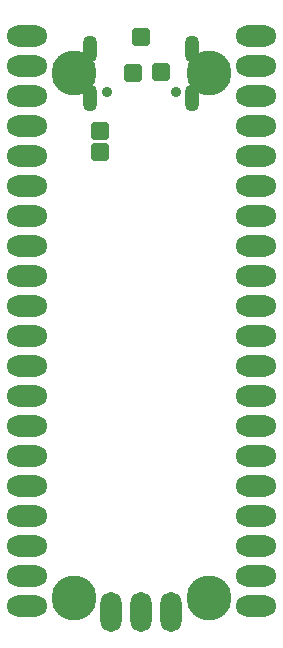
<source format=gbs>
G04*
G04 #@! TF.GenerationSoftware,Altium Limited,Altium Designer,20.2.6 (244)*
G04*
G04 Layer_Color=16711935*
%FSLAX44Y44*%
%MOMM*%
G71*
G04*
G04 #@! TF.SameCoordinates,8B2779CE-768C-4C2E-8B4F-FC9E545F8715*
G04*
G04*
G04 #@! TF.FilePolarity,Negative*
G04*
G01*
G75*
G04:AMPARAMS|DCode=57|XSize=3.4032mm|YSize=1.8032mm|CornerRadius=0.9016mm|HoleSize=0mm|Usage=FLASHONLY|Rotation=270.000|XOffset=0mm|YOffset=0mm|HoleType=Round|Shape=RoundedRectangle|*
%AMROUNDEDRECTD57*
21,1,3.4032,0.0000,0,0,270.0*
21,1,1.6000,1.8032,0,0,270.0*
1,1,1.8032,0.0000,-0.8000*
1,1,1.8032,0.0000,0.8000*
1,1,1.8032,0.0000,0.8000*
1,1,1.8032,0.0000,-0.8000*
%
%ADD57ROUNDEDRECTD57*%
G04:AMPARAMS|DCode=58|XSize=3.4032mm|YSize=1.8032mm|CornerRadius=0.9016mm|HoleSize=0mm|Usage=FLASHONLY|Rotation=180.000|XOffset=0mm|YOffset=0mm|HoleType=Round|Shape=RoundedRectangle|*
%AMROUNDEDRECTD58*
21,1,3.4032,0.0000,0,0,180.0*
21,1,1.6000,1.8032,0,0,180.0*
1,1,1.8032,-0.8000,0.0000*
1,1,1.8032,0.8000,0.0000*
1,1,1.8032,0.8000,0.0000*
1,1,1.8032,-0.8000,0.0000*
%
%ADD58ROUNDEDRECTD58*%
%ADD80C,0.9032*%
%ADD81O,1.2532X2.3032*%
%ADD82C,3.8000*%
G04:AMPARAMS|DCode=99|XSize=1.524mm|YSize=1.524mm|CornerRadius=0.3048mm|HoleSize=0mm|Usage=FLASHONLY|Rotation=180.000|XOffset=0mm|YOffset=0mm|HoleType=Round|Shape=RoundedRectangle|*
%AMROUNDEDRECTD99*
21,1,1.5240,0.9144,0,0,180.0*
21,1,0.9144,1.5240,0,0,180.0*
1,1,0.6096,-0.4572,0.4572*
1,1,0.6096,0.4572,0.4572*
1,1,0.6096,0.4572,-0.4572*
1,1,0.6096,-0.4572,-0.4572*
%
%ADD99ROUNDEDRECTD99*%
D57*
X130400Y8000D02*
D03*
X105000D02*
D03*
X79600D02*
D03*
D03*
D58*
X202000Y496300D02*
D03*
D03*
Y470900D02*
D03*
Y445500D02*
D03*
Y420100D02*
D03*
Y394700D02*
D03*
Y369300D02*
D03*
Y343900D02*
D03*
Y318500D02*
D03*
Y293100D02*
D03*
Y267700D02*
D03*
Y242300D02*
D03*
Y216900D02*
D03*
Y191500D02*
D03*
Y166100D02*
D03*
Y140700D02*
D03*
Y115300D02*
D03*
Y89900D02*
D03*
Y64500D02*
D03*
Y39100D02*
D03*
Y13700D02*
D03*
X8000D02*
D03*
Y39100D02*
D03*
Y64500D02*
D03*
Y89900D02*
D03*
Y115300D02*
D03*
Y140700D02*
D03*
Y166100D02*
D03*
Y191500D02*
D03*
Y216900D02*
D03*
Y242300D02*
D03*
Y267700D02*
D03*
Y293100D02*
D03*
Y318500D02*
D03*
Y343900D02*
D03*
Y369300D02*
D03*
Y394700D02*
D03*
Y420100D02*
D03*
Y445500D02*
D03*
Y470900D02*
D03*
Y496300D02*
D03*
D03*
D80*
X76100Y448500D02*
D03*
X133900D02*
D03*
D81*
X61800Y485000D02*
D03*
X148200D02*
D03*
X61800Y443200D02*
D03*
X148200D02*
D03*
D82*
X48000Y20000D02*
D03*
Y465000D02*
D03*
X162000D02*
D03*
Y20000D02*
D03*
D99*
X105000Y495000D02*
D03*
X69850Y415290D02*
D03*
X121412Y465328D02*
D03*
X97536Y465074D02*
D03*
X69850Y397510D02*
D03*
M02*

</source>
